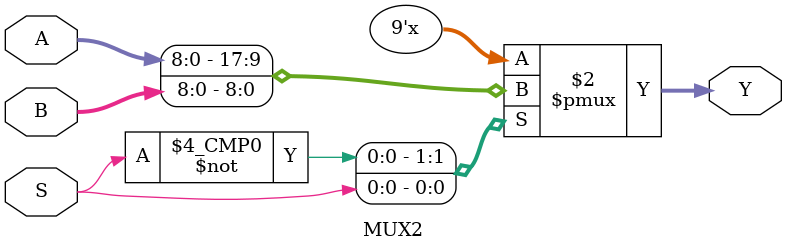
<source format=v>
`define bits 9
module MUX2 (
	input [`bits-1:0] A, B,
	input S,
	output reg [`bits-1:0] Y
);
	always @(*) begin
		case (S)
			1'b0: Y = A;
			1'b1: Y = B;
			default : Y = A;
		endcase
	end
endmodule

</source>
